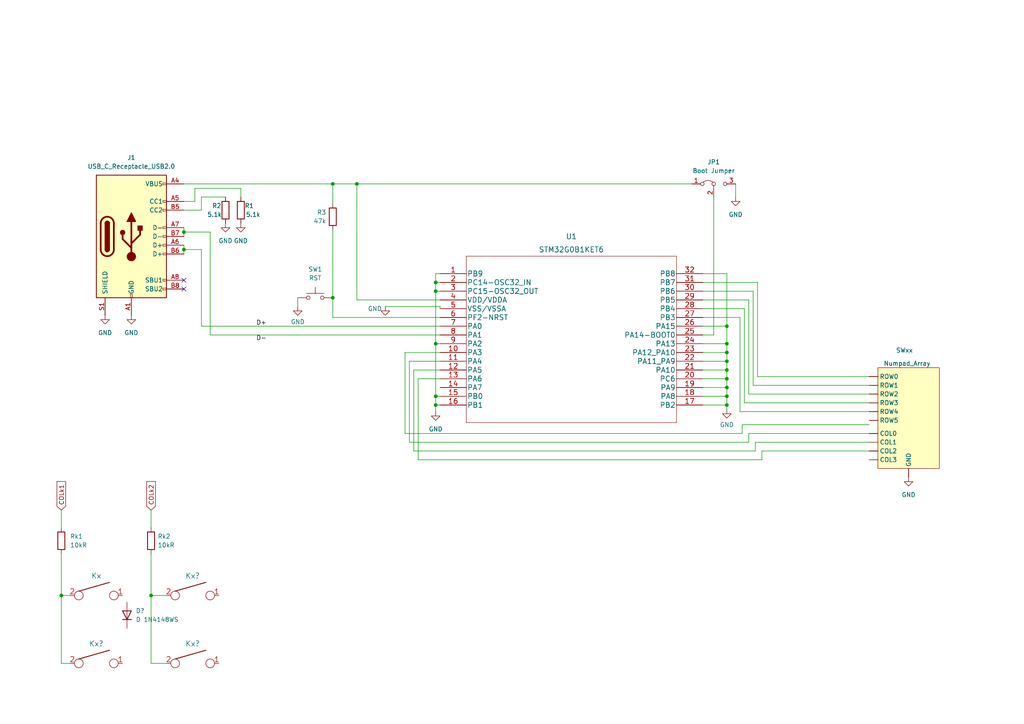
<source format=kicad_sch>
(kicad_sch (version 20211123) (generator eeschema)
  (paper "A4")
  (lib_symbols
    (symbol "Connector:USB_C_Receptacle_USB2.0" (pin_names (offset 1.016))
      (property "Reference" "J" (at -10.16 19.05 0))
      (property "Value" "USB_C_Receptacle_USB2.0" (at 19.05 19.05 0))
      (symbol "USB_C_Receptacle_USB2.0_0_0"
        (rectangle (start -0.254 -17.78) (end 0.254 -16.764))
        (rectangle (start 10.16 -14.986) (end 9.144 -15.494))
        (rectangle (start 10.16 -12.446) (end 9.144 -12.954))
        (rectangle (start 10.16 -4.826) (end 9.144 -5.334))
        (rectangle (start 10.16 -2.286) (end 9.144 -2.794))
        (rectangle (start 10.16 0.254) (end 9.144 -0.254))
        (rectangle (start 10.16 2.794) (end 9.144 2.286))
        (rectangle (start 10.16 7.874) (end 9.144 7.366))
        (rectangle (start 10.16 10.414) (end 9.144 9.906))
        (rectangle (start 10.16 15.494) (end 9.144 14.986))
      )
      (symbol "USB_C_Receptacle_USB2.0_0_1"
        (rectangle (start -10.16 17.78) (end 10.16 -17.78) (stroke (width 0.254)) (fill (type background)))
        (arc (start -8.89 -3.81) (mid -6.985 -5.715) (end -5.08 -3.81) (stroke (width 0.508)))
        (arc (start -7.62 -3.81) (mid -6.985 -4.445) (end -6.35 -3.81) (stroke (width 0.254)))
        (arc (start -7.62 -3.81) (mid -6.985 -4.445) (end -6.35 -3.81) (stroke (width 0.254)) (fill (type outline)))
        (rectangle (start -7.62 -3.81) (end -6.35 3.81) (stroke (width 0.254)) (fill (type outline)))
        (arc (start -6.35 3.81) (mid -6.985 4.445) (end -7.62 3.81) (stroke (width 0.254)))
        (arc (start -6.35 3.81) (mid -6.985 4.445) (end -7.62 3.81) (stroke (width 0.254)) (fill (type outline)))
        (arc (start -5.08 3.81) (mid -6.985 5.715) (end -8.89 3.81) (stroke (width 0.508)))
        (circle (center -2.54 1.143) (radius 0.635) (stroke (width 0.254)) (fill (type outline)))
        (circle (center 0 -5.842) (radius 1.27) (fill (type outline)))
        (polyline (pts (xy -8.89 -3.81) (xy -8.89 3.81)) (stroke (width 0.508)))
        (polyline (pts (xy -5.08 3.81) (xy -5.08 -3.81)) (stroke (width 0.508)))
        (polyline (pts (xy 0 -5.842) (xy 0 4.318)) (stroke (width 0.508)))
        (polyline (pts (xy 0 -3.302) (xy -2.54 -0.762) (xy -2.54 0.508)) (stroke (width 0.508)))
        (polyline (pts (xy 0 -2.032) (xy 2.54 0.508) (xy 2.54 1.778)) (stroke (width 0.508)))
        (polyline (pts (xy -1.27 4.318) (xy 0 6.858) (xy 1.27 4.318) (xy -1.27 4.318)) (stroke (width 0.254)) (fill (type outline)))
        (rectangle (start 1.905 1.778) (end 3.175 3.048) (stroke (width 0.254)) (fill (type outline)))
      )
      (symbol "USB_C_Receptacle_USB2.0_1_1"
        (pin passive line (at 0 -22.86 90) (length 5.08) (name "GND") (number "A1"))
        (pin passive line (at 0 -22.86 90) (length 5.08) hide (name "GND") (number "A12"))
        (pin passive line (at 15.24 15.24 180) (length 5.08) (name "VBUS") (number "A4"))
        (pin bidirectional line (at 15.24 10.16 180) (length 5.08) (name "CC1") (number "A5"))
        (pin bidirectional line (at 15.24 -2.54 180) (length 5.08) (name "D+") (number "A6"))
        (pin bidirectional line (at 15.24 2.54 180) (length 5.08) (name "D-") (number "A7"))
        (pin bidirectional line (at 15.24 -12.7 180) (length 5.08) (name "SBU1") (number "A8"))
        (pin passive line (at 15.24 15.24 180) (length 5.08) hide (name "VBUS") (number "A9"))
        (pin passive line (at 0 -22.86 90) (length 5.08) hide (name "GND") (number "B1"))
        (pin passive line (at 0 -22.86 90) (length 5.08) hide (name "GND") (number "B12"))
        (pin passive line (at 15.24 15.24 180) (length 5.08) hide (name "VBUS") (number "B4"))
        (pin bidirectional line (at 15.24 7.62 180) (length 5.08) (name "CC2") (number "B5"))
        (pin bidirectional line (at 15.24 -5.08 180) (length 5.08) (name "D+") (number "B6"))
        (pin bidirectional line (at 15.24 0 180) (length 5.08) (name "D-") (number "B7"))
        (pin bidirectional line (at 15.24 -15.24 180) (length 5.08) (name "SBU2") (number "B8"))
        (pin passive line (at 15.24 15.24 180) (length 5.08) hide (name "VBUS") (number "B9"))
        (pin passive line (at -7.62 -22.86 90) (length 5.08) (name "SHIELD") (number "S1"))
      )
    )
    (symbol "Device:D" (pin_numbers hide) (pin_names (offset 1.016) hide)
      (property "Reference" "D" (at 0 2.54 0))
      (property "Value" "D" (at 0 -2.54 0))
      (symbol "D_0_1"
        (polyline (pts (xy -1.27 1.27) (xy -1.27 -1.27)) (stroke (width 0.254)))
        (polyline (pts (xy 1.27 0) (xy -1.27 0)))
        (polyline (pts (xy 1.27 1.27) (xy 1.27 -1.27) (xy -1.27 0) (xy 1.27 1.27)) (stroke (width 0.254)))
      )
      (symbol "D_1_1"
        (pin passive line (at -3.81 0 0) (length 2.54) (name "K") (number "1"))
        (pin passive line (at 3.81 0 180) (length 2.54) (name "A") (number "2"))
      )
    )
    (symbol "Device:R" (pin_numbers hide) (pin_names (offset 0))
      (property "Reference" "R" (at 2.032 0 90))
      (property "Value" "R" (at 0 0 90))
      (symbol "R_0_1"
        (rectangle (start -1.016 -2.54) (end 1.016 2.54) (stroke (width 0.254)))
      )
      (symbol "R_1_1"
        (pin passive line (at 0 3.81 270) (length 1.27) (name "~") (number "1"))
        (pin passive line (at 0 -3.81 90) (length 1.27) (name "~") (number "2"))
      )
    )
    (symbol "Jumper:Jumper_3_Bridged12" (pin_names (offset 0) hide)
      (property "Reference" "JP" (at -2.54 -2.54 0))
      (property "Value" "Jumper_3_Bridged12" (at 0 2.794 0))
      (symbol "Jumper_3_Bridged12_0_0"
        (circle (center -3.302 0) (radius 0.508))
        (circle (center 0 0) (radius 0.508))
        (circle (center 3.302 0) (radius 0.508))
      )
      (symbol "Jumper_3_Bridged12_0_1"
        (arc (start -0.254 0.508) (mid -1.651 0.9912) (end -3.048 0.508))
        (polyline (pts (xy 0 -1.27) (xy 0 -0.508)))
      )
      (symbol "Jumper_3_Bridged12_1_1"
        (pin passive line (at -6.35 0 0) (length 2.54) (name "A") (number "1"))
        (pin passive line (at 0 -3.81 90) (length 2.54) (name "C") (number "2"))
        (pin passive line (at 6.35 0 180) (length 2.54) (name "B") (number "3"))
      )
    )
    (symbol "Keyboard_Layouts:Numpad_Array" (in_bom no)
      (property "Reference" "SWxx" (at 1.27 16.51 0))
      (property "Value" "Numpad_Array" (at 6.35 12.7 0))
      (symbol "Numpad_Array_0_1"
        (rectangle (start -8.89 11.43) (end 8.89 -17.78) (fill (type background)))
      )
      (symbol "Numpad_Array_1_1"
        (pin input line (at -11.43 -7.62 0) (length 2.54) (name "COL0") (number ""))
        (pin input line (at -11.43 -10.16 0) (length 2.54) (name "COL1") (number ""))
        (pin input line (at -11.43 -12.7 0) (length 2.54) (name "COL2") (number ""))
        (pin input line (at -11.43 -15.24 0) (length 2.54) (name "COL3") (number ""))
        (pin output line (at 0 -20.32 90) (length 2.54) (name "GND") (number ""))
        (pin input line (at -11.43 8.89 0) (length 2.54) (name "ROW0") (number ""))
        (pin input line (at -11.43 6.35 0) (length 2.54) (name "ROW1") (number ""))
        (pin input line (at -11.43 3.81 0) (length 2.54) (name "ROW2") (number ""))
        (pin input line (at -11.43 1.27 0) (length 2.54) (name "ROW3") (number ""))
        (pin input line (at -11.43 -1.27 0) (length 2.54) (name "ROW4") (number ""))
        (pin input line (at -11.43 -3.81 0) (length 2.54) (name "ROW5") (number ""))
      )
    )
    (symbol "STM32G0B1KE:STM32G0B1KET6" (pin_names (offset 0.254))
      (property "Reference" "U" (at 38.1 10.16 0))
      (property "Value" "STM32G0B1KET6" (at 38.1 7.62 0))
      (symbol "STM32G0B1KET6_1_1"
        (polyline (pts (xy 7.62 -43.18) (xy 68.58 -43.18)) (stroke (width 0.127)))
        (polyline (pts (xy 7.62 5.08) (xy 7.62 -43.18)) (stroke (width 0.127)))
        (polyline (pts (xy 68.58 -43.18) (xy 68.58 5.08)) (stroke (width 0.127)))
        (polyline (pts (xy 68.58 5.08) (xy 7.62 5.08)) (stroke (width 0.127)))
        (pin bidirectional line (at 0 0 0) (length 7.62) (name "PB9") (number "1"))
        (pin bidirectional line (at 0 -22.86 0) (length 7.62) (name "PA3") (number "10"))
        (pin bidirectional line (at 0 -25.4 0) (length 7.62) (name "PA4") (number "11"))
        (pin bidirectional line (at 0 -27.94 0) (length 7.62) (name "PA5") (number "12"))
        (pin bidirectional line (at 0 -30.48 0) (length 7.62) (name "PA6") (number "13"))
        (pin bidirectional line (at 0 -33.02 0) (length 7.62) (name "PA7") (number "14"))
        (pin bidirectional line (at 0 -35.56 0) (length 7.62) (name "PB0") (number "15"))
        (pin bidirectional line (at 0 -38.1 0) (length 7.62) (name "PB1") (number "16"))
        (pin bidirectional line (at 76.2 -38.1 180) (length 7.62) (name "PB2") (number "17"))
        (pin bidirectional line (at 76.2 -35.56 180) (length 7.62) (name "PA8") (number "18"))
        (pin bidirectional line (at 76.2 -33.02 180) (length 7.62) (name "PA9") (number "19"))
        (pin bidirectional line (at 0 -2.54 0) (length 7.62) (name "PC14-OSC32_IN") (number "2"))
        (pin bidirectional line (at 76.2 -30.48 180) (length 7.62) (name "PC6") (number "20"))
        (pin bidirectional line (at 76.2 -27.94 180) (length 7.62) (name "PA10") (number "21"))
        (pin bidirectional line (at 76.2 -25.4 180) (length 7.62) (name "PA11_PA9") (number "22"))
        (pin bidirectional line (at 76.2 -22.86 180) (length 7.62) (name "PA12_PA10") (number "23"))
        (pin bidirectional line (at 76.2 -20.32 180) (length 7.62) (name "PA13") (number "24"))
        (pin bidirectional line (at 76.2 -17.78 180) (length 7.62) (name "PA14-BOOT0") (number "25"))
        (pin bidirectional line (at 76.2 -15.24 180) (length 7.62) (name "PA15") (number "26"))
        (pin bidirectional line (at 76.2 -12.7 180) (length 7.62) (name "PB3") (number "27"))
        (pin bidirectional line (at 76.2 -10.16 180) (length 7.62) (name "PB4") (number "28"))
        (pin bidirectional line (at 76.2 -7.62 180) (length 7.62) (name "PB5") (number "29"))
        (pin output line (at 0 -5.08 0) (length 7.62) (name "PC15-OSC32_OUT") (number "3"))
        (pin bidirectional line (at 76.2 -5.08 180) (length 7.62) (name "PB6") (number "30"))
        (pin bidirectional line (at 76.2 -2.54 180) (length 7.62) (name "PB7") (number "31"))
        (pin bidirectional line (at 76.2 0 180) (length 7.62) (name "PB8") (number "32"))
        (pin power_in line (at 0 -7.62 0) (length 7.62) (name "VDD/VDDA") (number "4"))
        (pin power_in line (at 0 -10.16 0) (length 7.62) (name "VSS/VSSA") (number "5"))
        (pin unspecified line (at 0 -12.7 0) (length 7.62) (name "PF2-NRST") (number "6"))
        (pin bidirectional line (at 0 -15.24 0) (length 7.62) (name "PA0") (number "7"))
        (pin bidirectional line (at 0 -17.78 0) (length 7.62) (name "PA1") (number "8"))
        (pin bidirectional line (at 0 -20.32 0) (length 7.62) (name "PA2") (number "9"))
      )
    )
    (symbol "Switch:SW_Push" (pin_numbers hide) (pin_names (offset 1.016) hide)
      (property "Reference" "SW" (at 1.27 2.54 0))
      (property "Value" "SW_Push" (at 0 -1.524 0))
      (symbol "SW_Push_0_1"
        (circle (center -2.032 0) (radius 0.508))
        (polyline (pts (xy 0 1.27) (xy 0 3.048)))
        (polyline (pts (xy 2.54 1.27) (xy -2.54 1.27)))
        (circle (center 2.032 0) (radius 0.508))
        (pin passive line (at -5.08 0 0) (length 2.54) (name "1") (number "1"))
        (pin passive line (at 5.08 0 180) (length 2.54) (name "2") (number "2"))
      )
    )
    (symbol "keyboard_parts:KEYSW" (pin_names (offset 1.016))
      (property "Reference" "K?" (at -1.27 0 0))
      (symbol "KEYSW_0_1"
        (circle (center -5.08 0) (radius 1.27))
        (polyline (pts (xy -5.08 1.27) (xy 3.81 3.81)) (stroke (width 0.254)))
        (circle (center 5.08 0) (radius 1.27))
      )
      (symbol "KEYSW_1_1"
        (pin passive line (at 7.62 0 180) (length 1.27) (name "~") (number "1"))
        (pin passive line (at -7.62 0 0) (length 1.27) (name "~") (number "2"))
      )
    )
    (symbol "power:GND" (power) (pin_names (offset 0))
      (property "Value" "GND" (at 0 -3.81 0))
      (symbol "GND_0_1"
        (polyline (pts (xy 0 0) (xy 0 -1.27) (xy 1.27 -1.27) (xy 0 -2.54) (xy -1.27 -1.27) (xy 0 -1.27)))
      )
      (symbol "GND_1_1"
        (pin power_in line (at 0 0 270) (length 0) hide (name "GND") (number "1"))
      )
    )
  )
  (junction (at 103.505 53.34))
  (junction (at 43.815 172.72))
  (junction (at 126.365 114.935))
  (junction (at 210.82 114.935))
  (junction (at 96.52 53.34))
  (junction (at 210.82 104.775))
  (junction (at 53.34 67.31))
  (junction (at 17.78 172.72))
  (junction (at 126.365 117.475))
  (junction (at 126.365 99.695))
  (junction (at 210.82 102.235))
  (junction (at 210.82 107.315))
  (junction (at 210.82 109.855))
  (junction (at 210.82 112.395))
  (junction (at 210.82 117.475))
  (junction (at 126.365 84.455))
  (junction (at 126.365 81.915))
  (junction (at 96.52 86.36))
  (junction (at 210.82 94.615))
  (junction (at 210.82 99.695))
  (junction (at 53.34 72.39))
  (no_connect (at 53.34 83.82))
  (no_connect (at 53.34 81.28))
  (wire (pts (xy 53.34 67.31) (xy 60.96 67.31)))
  (wire (pts (xy 219.71 81.915) (xy 219.71 109.22)))
  (wire (pts (xy 17.78 192.405) (xy 20.32 192.405)))
  (wire (pts (xy 118.745 128.27) (xy 217.17 128.27)))
  (wire (pts (xy 218.44 84.455) (xy 203.835 84.455)))
  (wire (pts (xy 43.815 192.405) (xy 48.26 192.405)))
  (wire (pts (xy 58.42 57.15) (xy 65.405 57.15)))
  (wire (pts (xy 118.745 104.775) (xy 127.635 104.775)))
  (wire (pts (xy 126.365 99.695) (xy 127.635 99.695)))
  (wire (pts (xy 111.76 88.9) (xy 127.635 88.9)))
  (wire (pts (xy 218.44 84.455) (xy 218.44 111.76)))
  (wire (pts (xy 17.78 172.72) (xy 17.78 192.405)))
  (wire (pts (xy 215.265 125.73) (xy 215.265 123.19)))
  (wire (pts (xy 203.835 117.475) (xy 210.82 117.475)))
  (wire (pts (xy 118.745 128.27) (xy 118.745 104.775)))
  (wire (pts (xy 219.075 130.81) (xy 219.075 128.27)))
  (wire (pts (xy 203.835 92.075) (xy 214.63 92.075)))
  (wire (pts (xy 60.96 97.155) (xy 127.635 97.155)))
  (wire (pts (xy 17.78 160.655) (xy 17.78 172.72)))
  (wire (pts (xy 117.475 125.73) (xy 215.265 125.73)))
  (wire (pts (xy 17.78 172.72) (xy 20.32 172.72)))
  (wire (pts (xy 203.835 86.995) (xy 217.17 86.995)))
  (wire (pts (xy 203.835 114.935) (xy 210.82 114.935)))
  (wire (pts (xy 126.365 81.915) (xy 127.635 81.915)))
  (wire (pts (xy 126.365 99.695) (xy 126.365 114.935)))
  (wire (pts (xy 53.34 58.42) (xy 56.515 58.42)))
  (wire (pts (xy 43.815 172.72) (xy 48.26 172.72)))
  (wire (pts (xy 217.17 125.73) (xy 217.17 128.27)))
  (wire (pts (xy 215.9 89.535) (xy 203.835 89.535)))
  (wire (pts (xy 203.835 94.615) (xy 210.82 94.615)))
  (wire (pts (xy 127.635 88.9) (xy 127.635 89.535)))
  (wire (pts (xy 252.095 125.73) (xy 217.17 125.73)))
  (wire (pts (xy 203.835 107.315) (xy 210.82 107.315)))
  (wire (pts (xy 96.52 53.34) (xy 103.505 53.34)))
  (wire (pts (xy 56.515 54.61) (xy 69.85 54.61)))
  (wire (pts (xy 60.96 67.31) (xy 60.96 97.155)))
  (wire (pts (xy 126.365 114.935) (xy 127.635 114.935)))
  (wire (pts (xy 96.52 86.36) (xy 96.52 92.075)))
  (wire (pts (xy 121.285 109.855) (xy 127.635 109.855)))
  (wire (pts (xy 203.835 81.915) (xy 219.71 81.915)))
  (wire (pts (xy 252.095 130.81) (xy 220.98 130.81)))
  (wire (pts (xy 203.835 112.395) (xy 210.82 112.395)))
  (wire (pts (xy 215.9 89.535) (xy 215.9 116.84)))
  (wire (pts (xy 210.82 104.775) (xy 210.82 107.315)))
  (wire (pts (xy 96.52 66.675) (xy 96.52 86.36)))
  (wire (pts (xy 210.82 114.935) (xy 210.82 117.475)))
  (wire (pts (xy 217.17 114.3) (xy 252.095 114.3)))
  (wire (pts (xy 96.52 53.34) (xy 96.52 59.055)))
  (wire (pts (xy 213.36 53.34) (xy 213.36 57.15)))
  (wire (pts (xy 127.635 107.315) (xy 120.015 107.315)))
  (wire (pts (xy 210.82 99.695) (xy 210.82 102.235)))
  (wire (pts (xy 252.095 119.38) (xy 214.63 119.38)))
  (wire (pts (xy 217.17 86.995) (xy 217.17 114.3)))
  (wire (pts (xy 214.63 119.38) (xy 214.63 92.075)))
  (wire (pts (xy 53.34 60.96) (xy 58.42 60.96)))
  (wire (pts (xy 103.505 86.995) (xy 127.635 86.995)))
  (wire (pts (xy 203.835 109.855) (xy 210.82 109.855)))
  (wire (pts (xy 103.505 53.34) (xy 103.505 86.995)))
  (wire (pts (xy 126.365 79.375) (xy 126.365 81.915)))
  (wire (pts (xy 207.01 57.15) (xy 207.01 97.155)))
  (wire (pts (xy 117.475 102.235) (xy 117.475 125.73)))
  (wire (pts (xy 58.42 94.615) (xy 127.635 94.615)))
  (wire (pts (xy 120.015 130.81) (xy 219.075 130.81)))
  (wire (pts (xy 210.82 79.375) (xy 210.82 94.615)))
  (wire (pts (xy 127.635 79.375) (xy 126.365 79.375)))
  (wire (pts (xy 219.71 109.22) (xy 252.095 109.22)))
  (wire (pts (xy 210.82 117.475) (xy 210.82 118.745)))
  (wire (pts (xy 126.365 84.455) (xy 126.365 99.695)))
  (wire (pts (xy 210.82 112.395) (xy 210.82 114.935)))
  (wire (pts (xy 220.98 130.81) (xy 220.98 133.35)))
  (wire (pts (xy 53.34 71.12) (xy 53.34 72.39)))
  (wire (pts (xy 203.835 79.375) (xy 210.82 79.375)))
  (wire (pts (xy 56.515 58.42) (xy 56.515 54.61)))
  (wire (pts (xy 210.82 102.235) (xy 210.82 104.775)))
  (wire (pts (xy 127.635 102.235) (xy 117.475 102.235)))
  (wire (pts (xy 53.34 72.39) (xy 58.42 72.39)))
  (wire (pts (xy 210.82 94.615) (xy 210.82 99.695)))
  (wire (pts (xy 17.78 147.955) (xy 17.78 153.035)))
  (wire (pts (xy 43.815 147.955) (xy 43.815 153.035)))
  (wire (pts (xy 53.34 67.31) (xy 53.34 68.58)))
  (wire (pts (xy 121.285 133.35) (xy 220.98 133.35)))
  (wire (pts (xy 53.34 72.39) (xy 53.34 73.66)))
  (wire (pts (xy 58.42 60.96) (xy 58.42 57.15)))
  (wire (pts (xy 203.835 99.695) (xy 210.82 99.695)))
  (wire (pts (xy 69.85 54.61) (xy 69.85 57.15)))
  (wire (pts (xy 215.9 116.84) (xy 252.095 116.84)))
  (wire (pts (xy 126.365 117.475) (xy 127.635 117.475)))
  (wire (pts (xy 53.34 53.34) (xy 96.52 53.34)))
  (wire (pts (xy 218.44 111.76) (xy 252.095 111.76)))
  (wire (pts (xy 210.82 107.315) (xy 210.82 109.855)))
  (wire (pts (xy 120.015 107.315) (xy 120.015 130.81)))
  (wire (pts (xy 96.52 92.075) (xy 127.635 92.075)))
  (wire (pts (xy 126.365 117.475) (xy 126.365 119.38)))
  (wire (pts (xy 103.505 53.34) (xy 200.66 53.34)))
  (wire (pts (xy 121.285 133.35) (xy 121.285 109.855)))
  (wire (pts (xy 207.01 97.155) (xy 203.835 97.155)))
  (wire (pts (xy 126.365 84.455) (xy 127.635 84.455)))
  (wire (pts (xy 53.34 66.04) (xy 53.34 67.31)))
  (wire (pts (xy 215.265 123.19) (xy 252.095 123.19)))
  (wire (pts (xy 86.36 86.36) (xy 86.36 88.9)))
  (wire (pts (xy 126.365 114.935) (xy 126.365 117.475)))
  (wire (pts (xy 126.365 81.915) (xy 126.365 84.455)))
  (wire (pts (xy 219.075 128.27) (xy 252.095 128.27)))
  (wire (pts (xy 203.835 104.775) (xy 210.82 104.775)))
  (wire (pts (xy 43.815 172.72) (xy 43.815 192.405)))
  (wire (pts (xy 43.815 160.655) (xy 43.815 172.72)))
  (wire (pts (xy 58.42 72.39) (xy 58.42 94.615)))
  (wire (pts (xy 203.835 102.235) (xy 210.82 102.235)))
  (wire (pts (xy 210.82 109.855) (xy 210.82 112.395)))
  (label "D-" (at 74.295 99.06 0))
  (label "D+" (at 74.295 94.615 0))
  (global_label "COLk2" (shape input) (at 43.815 147.955 90) (property "Intersheet References" "${INTERSHEET_REFS}" (effects hide)))
  (global_label "COLk1" (shape input) (at 17.78 147.955 90) (property "Intersheet References" "${INTERSHEET_REFS}" (effects hide)))
  (symbol (lib_id "Device:R") (at 17.78 156.845 0) (unit 1)
    (property "Reference" "Rk1" (at 20.32 155.5749 0) (effects (justify left)))
    (property "Value" "10kR" (at 20.32 158.1149 0) (effects (justify left)))
  )
  (symbol (lib_id "Device:R") (at 65.405 60.96 0) (unit 1)
    (property "Reference" "R2" (at 62.865 59.69 0))
    (property "Value" "5.1k" (at 62.23 62.23 0))
  )
  (symbol (lib_id "power:GND") (at 126.365 119.38 0) (unit 1)
    (property "Reference" "#PWR?" (effects hide))
    (property "Value" "GND" (at 126.365 124.46 0))
  )
  (symbol (lib_id "power:GND") (at 38.1 91.44 0) (unit 1)
    (property "Reference" "#PWR?" (effects hide))
    (property "Value" "GND" (at 38.1 96.52 0))
  )
  (symbol (lib_id "power:GND") (at 210.82 118.745 0) (unit 1)
    (property "Reference" "#PWR?" (effects hide))
    (property "Value" "GND" (at 210.82 123.19 0))
  )
  (symbol (lib_id "Jumper:Jumper_3_Bridged12") (at 207.01 53.34 0) (unit 1)
    (property "Reference" "JP1" (at 207.01 46.99 0))
    (property "Value" "Boot Jumper" (at 207.01 49.53 0))
  )
  (symbol (lib_id "Device:R") (at 96.52 62.865 180) (unit 1)
    (property "Reference" "R3" (at 94.615 61.595 0) (effects (justify left)))
    (property "Value" "47k" (at 94.615 64.135 0) (effects (justify left)))
  )
  (symbol (lib_id "Device:D") (at 36.83 178.435 90) (unit 1)
    (property "Reference" "D?" (at 39.37 177.1649 90) (effects (justify right)))
    (property "Value" "D 1N4148WS" (at 39.37 179.7049 90) (effects (justify right)))
  )
  (symbol (lib_id "Device:R") (at 43.815 156.845 0) (unit 1)
    (property "Reference" "Rk2" (at 45.72 155.5749 0) (effects (justify left)))
    (property "Value" "10kR" (at 45.72 158.1149 0) (effects (justify left)))
  )
  (symbol (lib_id "keyboard_parts:KEYSW") (at 27.94 172.72 0) (unit 1)
    (property "Reference" "Kx" (at 27.94 167.005 0) (effects (font (size 1.524 1.524))))
    (property "Value" "KEYSW" (effects hide))
  )
  (symbol (lib_id "Switch:SW_Push") (at 91.44 86.36 0) (unit 1)
    (property "Reference" "SW1" (at 91.44 78.105 0))
    (property "Value" "RST" (at 91.44 80.645 0))
  )
  (symbol (lib_id "keyboard_parts:KEYSW") (at 55.88 192.405 0) (unit 1)
    (property "Reference" "Kx?" (at 55.88 186.69 0) (effects (font (size 1.524 1.524))))
    (property "Value" "KEYSW" (effects hide))
  )
  (symbol (lib_id "keyboard_parts:KEYSW") (at 27.94 192.405 0) (unit 1)
    (property "Reference" "Kx?" (at 27.94 186.69 0) (effects (font (size 1.524 1.524))))
    (property "Value" "KEYSW" (effects hide))
  )
  (symbol (lib_id "Keyboard_Layouts:Numpad_Array") (at 263.525 118.11 0) (unit 1) (in_bom no)
    (property "Reference" "SWxx" (at 264.795 101.6 0) (effects (justify right)))
    (property "Value" "Numpad_Array" (at 269.875 105.41 0) (effects (justify right)))
  )
  (symbol (lib_id "keyboard_parts:KEYSW") (at 55.88 172.72 0) (unit 1)
    (property "Reference" "Kx?" (at 55.88 167.005 0) (effects (font (size 1.524 1.524))))
    (property "Value" "KEYSW" (effects hide))
  )
  (symbol (lib_id "power:GND") (at 69.85 64.77 0) (unit 1)
    (property "Reference" "#PWR?" (effects hide))
    (property "Value" "GND" (at 69.85 69.85 0))
  )
  (symbol (lib_id "power:GND") (at 65.405 64.77 0) (unit 1)
    (property "Reference" "#PWR?" (effects hide))
    (property "Value" "GND" (at 65.405 69.85 0))
  )
  (symbol (lib_id "power:GND") (at 111.76 88.9 0) (unit 1)
    (property "Reference" "#PWR?" (effects hide))
    (property "Value" "GND" (at 106.68 89.535 0) (effects (justify left)))
  )
  (symbol (lib_id "STM32G0B1KE:STM32G0B1KET6") (at 127.635 79.375 0) (unit 1)
    (property "Reference" "U1" (at 165.735 68.58 0) (effects (font (size 1.524 1.524))))
    (property "Value" "STM32G0B1KET6" (at 165.735 72.39 0) (effects (font (size 1.524 1.524))))
    (property "Footprint" "LQFP_0B1KET6_STM" (effects hide))
  )
  (symbol (lib_id "Device:R") (at 69.85 60.96 180) (unit 1)
    (property "Reference" "R1" (at 73.66 59.69 0) (effects (justify left)))
    (property "Value" "5.1k" (at 75.565 62.23 0) (effects (justify left)))
  )
  (symbol (lib_id "power:GND") (at 30.48 91.44 0) (unit 1)
    (property "Reference" "#PWR?" (effects hide))
    (property "Value" "GND" (at 30.48 96.52 0))
  )
  (symbol (lib_id "power:GND") (at 213.36 57.15 0) (unit 1)
    (property "Reference" "#PWR?" (effects hide))
    (property "Value" "GND" (at 213.36 62.23 0))
  )
  (symbol (lib_id "power:GND") (at 263.525 138.43 0) (unit 1)
    (property "Reference" "#PWR?" (effects hide))
    (property "Value" "GND" (at 263.525 143.51 0))
  )
  (symbol (lib_id "Connector:USB_C_Receptacle_USB2.0") (at 38.1 68.58 0) (unit 1)
    (property "Reference" "J1" (at 38.1 45.72 0))
    (property "Value" "USB_C_Receptacle_USB2.0" (at 38.1 48.26 0))
    (property "Datasheet" "https://www.usb.org/sites/default/files/documents/usb_type-c.zip" (effects hide))
  )
  (symbol (lib_id "power:GND") (at 86.36 88.9 0) (unit 1)
    (property "Reference" "#PWR?" (effects hide))
    (property "Value" "GND" (at 86.36 93.345 0))
  )
)
</source>
